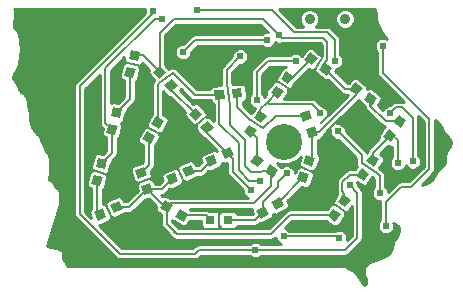
<source format=gtl>
G04 (created by PCBNEW (2013-may-18)-stable) date Mon 02 Nov 2015 08:13:46 PM CST*
%MOIN*%
G04 Gerber Fmt 3.4, Leading zero omitted, Abs format*
%FSLAX34Y34*%
G01*
G70*
G90*
G04 APERTURE LIST*
%ADD10C,0.00590551*%
%ADD11C,0.0354331*%
%ADD12R,0.0314X0.0314*%
%ADD13C,0.12*%
%ADD14C,0.024*%
%ADD15C,0.008*%
%ADD16C,0.01*%
G04 APERTURE END LIST*
G54D10*
G54D11*
X84290Y-56700D03*
X83109Y-56700D03*
G54D10*
G36*
X83007Y-61221D02*
X83302Y-61328D01*
X83194Y-61624D01*
X82899Y-61516D01*
X83007Y-61221D01*
X83007Y-61221D01*
G37*
G36*
X82805Y-61775D02*
X83100Y-61883D01*
X82992Y-62178D01*
X82697Y-62071D01*
X82805Y-61775D01*
X82805Y-61775D01*
G37*
G36*
X79089Y-59854D02*
X79329Y-59652D01*
X79531Y-59893D01*
X79291Y-60095D01*
X79089Y-59854D01*
X79089Y-59854D01*
G37*
G36*
X79468Y-60306D02*
X79708Y-60104D01*
X79910Y-60345D01*
X79670Y-60547D01*
X79468Y-60306D01*
X79468Y-60306D01*
G37*
G36*
X76743Y-62766D02*
X76876Y-63051D01*
X76591Y-63183D01*
X76458Y-62899D01*
X76743Y-62766D01*
X76743Y-62766D01*
G37*
G36*
X76208Y-63016D02*
X76341Y-63300D01*
X76056Y-63433D01*
X75923Y-63148D01*
X76208Y-63016D01*
X76208Y-63016D01*
G37*
G36*
X76134Y-62277D02*
X75831Y-62195D01*
X75912Y-61892D01*
X76215Y-61973D01*
X76134Y-62277D01*
X76134Y-62277D01*
G37*
G36*
X76287Y-61707D02*
X75984Y-61626D01*
X76065Y-61322D01*
X76368Y-61404D01*
X76287Y-61707D01*
X76287Y-61707D01*
G37*
G36*
X77165Y-57722D02*
X77468Y-57804D01*
X77387Y-58107D01*
X77084Y-58026D01*
X77165Y-57722D01*
X77165Y-57722D01*
G37*
G36*
X77012Y-58292D02*
X77315Y-58373D01*
X77234Y-58677D01*
X76931Y-58595D01*
X77012Y-58292D01*
X77012Y-58292D01*
G37*
G36*
X76565Y-59622D02*
X76868Y-59704D01*
X76787Y-60007D01*
X76484Y-59926D01*
X76565Y-59622D01*
X76565Y-59622D01*
G37*
G36*
X76412Y-60192D02*
X76715Y-60273D01*
X76634Y-60577D01*
X76331Y-60495D01*
X76412Y-60192D01*
X76412Y-60192D01*
G37*
G36*
X78456Y-62233D02*
X78323Y-61948D01*
X78608Y-61816D01*
X78741Y-62100D01*
X78456Y-62233D01*
X78456Y-62233D01*
G37*
G36*
X78991Y-61983D02*
X78858Y-61699D01*
X79143Y-61566D01*
X79276Y-61851D01*
X78991Y-61983D01*
X78991Y-61983D01*
G37*
G36*
X79756Y-61633D02*
X79623Y-61348D01*
X79908Y-61216D01*
X80041Y-61500D01*
X79756Y-61633D01*
X79756Y-61633D01*
G37*
G36*
X80291Y-61383D02*
X80158Y-61099D01*
X80443Y-60966D01*
X80576Y-61251D01*
X80291Y-61383D01*
X80291Y-61383D01*
G37*
G36*
X86080Y-59889D02*
X86337Y-60069D01*
X86157Y-60327D01*
X85900Y-60146D01*
X86080Y-59889D01*
X86080Y-59889D01*
G37*
G36*
X85742Y-60372D02*
X85999Y-60553D01*
X85819Y-60810D01*
X85562Y-60630D01*
X85742Y-60372D01*
X85742Y-60372D01*
G37*
G36*
X82112Y-62638D02*
X82269Y-62909D01*
X81998Y-63066D01*
X81841Y-62795D01*
X82112Y-62638D01*
X82112Y-62638D01*
G37*
G36*
X81601Y-62933D02*
X81758Y-63204D01*
X81487Y-63361D01*
X81330Y-63090D01*
X81601Y-62933D01*
X81601Y-62933D01*
G37*
G36*
X77889Y-58454D02*
X78129Y-58252D01*
X78331Y-58493D01*
X78091Y-58695D01*
X77889Y-58454D01*
X77889Y-58454D01*
G37*
G36*
X78268Y-58906D02*
X78508Y-58704D01*
X78710Y-58945D01*
X78470Y-59147D01*
X78268Y-58906D01*
X78268Y-58906D01*
G37*
G54D12*
X79805Y-63400D03*
X80395Y-63400D03*
G54D10*
G36*
X78130Y-63009D02*
X78287Y-62738D01*
X78558Y-62895D01*
X78401Y-63166D01*
X78130Y-63009D01*
X78130Y-63009D01*
G37*
G36*
X78641Y-63304D02*
X78798Y-63033D01*
X79069Y-63190D01*
X78912Y-63461D01*
X78641Y-63304D01*
X78641Y-63304D01*
G37*
G36*
X80836Y-59004D02*
X80863Y-59317D01*
X80551Y-59344D01*
X80523Y-59031D01*
X80836Y-59004D01*
X80836Y-59004D01*
G37*
G36*
X80248Y-59055D02*
X80276Y-59368D01*
X79963Y-59395D01*
X79936Y-59082D01*
X80248Y-59055D01*
X80248Y-59055D01*
G37*
G36*
X83402Y-60571D02*
X83107Y-60678D01*
X82999Y-60383D01*
X83294Y-60275D01*
X83402Y-60571D01*
X83402Y-60571D01*
G37*
G36*
X83200Y-60016D02*
X82905Y-60124D01*
X82797Y-59828D01*
X83092Y-59721D01*
X83200Y-60016D01*
X83200Y-60016D01*
G37*
G36*
X77809Y-60869D02*
X77538Y-60712D01*
X77695Y-60441D01*
X77966Y-60598D01*
X77809Y-60869D01*
X77809Y-60869D01*
G37*
G36*
X78104Y-60358D02*
X77833Y-60201D01*
X77990Y-59930D01*
X78261Y-60087D01*
X78104Y-60358D01*
X78104Y-60358D01*
G37*
G36*
X77902Y-62471D02*
X77607Y-62578D01*
X77499Y-62283D01*
X77794Y-62175D01*
X77902Y-62471D01*
X77902Y-62471D01*
G37*
G36*
X77700Y-61916D02*
X77405Y-62024D01*
X77297Y-61728D01*
X77592Y-61621D01*
X77700Y-61916D01*
X77700Y-61916D01*
G37*
G36*
X84439Y-59069D02*
X84619Y-58812D01*
X84877Y-58992D01*
X84696Y-59249D01*
X84439Y-59069D01*
X84439Y-59069D01*
G37*
G36*
X84922Y-59407D02*
X85103Y-59150D01*
X85360Y-59330D01*
X85180Y-59587D01*
X84922Y-59407D01*
X84922Y-59407D01*
G37*
G36*
X84919Y-62110D02*
X84662Y-61930D01*
X84842Y-61672D01*
X85099Y-61853D01*
X84919Y-62110D01*
X84919Y-62110D01*
G37*
G36*
X85257Y-61627D02*
X85000Y-61446D01*
X85180Y-61189D01*
X85437Y-61369D01*
X85257Y-61627D01*
X85257Y-61627D01*
G37*
G36*
X83969Y-63460D02*
X83712Y-63280D01*
X83892Y-63022D01*
X84149Y-63203D01*
X83969Y-63460D01*
X83969Y-63460D01*
G37*
G36*
X84307Y-62977D02*
X84050Y-62796D01*
X84230Y-62539D01*
X84487Y-62719D01*
X84307Y-62977D01*
X84307Y-62977D01*
G37*
G36*
X82330Y-58439D02*
X82587Y-58619D01*
X82407Y-58877D01*
X82150Y-58696D01*
X82330Y-58439D01*
X82330Y-58439D01*
G37*
G36*
X81992Y-58922D02*
X82249Y-59103D01*
X82069Y-59360D01*
X81812Y-59180D01*
X81992Y-58922D01*
X81992Y-58922D01*
G37*
G36*
X83860Y-58330D02*
X83680Y-58587D01*
X83422Y-58407D01*
X83603Y-58150D01*
X83860Y-58330D01*
X83860Y-58330D01*
G37*
G36*
X83377Y-57992D02*
X83196Y-58249D01*
X82939Y-58069D01*
X83119Y-57812D01*
X83377Y-57992D01*
X83377Y-57992D01*
G37*
G36*
X81169Y-60660D02*
X80912Y-60480D01*
X81092Y-60222D01*
X81349Y-60403D01*
X81169Y-60660D01*
X81169Y-60660D01*
G37*
G36*
X81507Y-60177D02*
X81250Y-59996D01*
X81430Y-59739D01*
X81687Y-59919D01*
X81507Y-60177D01*
X81507Y-60177D01*
G37*
G36*
X82060Y-61730D02*
X81880Y-61987D01*
X81622Y-61807D01*
X81803Y-61550D01*
X82060Y-61730D01*
X82060Y-61730D01*
G37*
G36*
X81577Y-61392D02*
X81396Y-61649D01*
X81139Y-61469D01*
X81319Y-61212D01*
X81577Y-61392D01*
X81577Y-61392D01*
G37*
G54D13*
X82250Y-60800D03*
G54D14*
X82250Y-63950D03*
X84100Y-64000D03*
X81850Y-60950D03*
X85800Y-59850D03*
X86550Y-61450D03*
X82100Y-57250D03*
X79350Y-56400D03*
X83950Y-58100D03*
X80800Y-57950D03*
X77900Y-56450D03*
X81300Y-64400D03*
X84450Y-62250D03*
X78900Y-57800D03*
X81700Y-57400D03*
X85650Y-63600D03*
X85550Y-57600D03*
X83700Y-56675D03*
X85300Y-63300D03*
X78650Y-64275D03*
X78750Y-56975D03*
X81025Y-57050D03*
X83850Y-59700D03*
X83325Y-57575D03*
X84425Y-59950D03*
X86850Y-60275D03*
X87400Y-60975D03*
X86450Y-61925D03*
X79550Y-64700D03*
X73900Y-59000D03*
X83700Y-62050D03*
X83450Y-59850D03*
X84050Y-60450D03*
X85450Y-62500D03*
X86050Y-61500D03*
X81450Y-62100D03*
X82350Y-61850D03*
X78200Y-56700D03*
X81350Y-59400D03*
X81150Y-62400D03*
X82650Y-58100D03*
G54D15*
X84050Y-63950D02*
X82250Y-63950D01*
X84100Y-64000D02*
X84050Y-63950D01*
X82000Y-60800D02*
X82250Y-60800D01*
X81850Y-60950D02*
X82000Y-60800D01*
X85800Y-59850D02*
X86000Y-59650D01*
X86000Y-59650D02*
X86200Y-59650D01*
X86200Y-59650D02*
X86550Y-60000D01*
X86550Y-60000D02*
X86550Y-61450D01*
X79000Y-56700D02*
X78575Y-56700D01*
X78110Y-57164D02*
X78110Y-57589D01*
X78575Y-56700D02*
X78110Y-57164D01*
X83641Y-58369D02*
X83641Y-58133D01*
X82175Y-57325D02*
X82100Y-57250D01*
X83550Y-57325D02*
X82175Y-57325D01*
X83700Y-57475D02*
X83550Y-57325D01*
X83700Y-58075D02*
X83700Y-57475D01*
X83641Y-58133D02*
X83700Y-58075D01*
X83200Y-60477D02*
X83422Y-60477D01*
X84658Y-59241D02*
X84658Y-59030D01*
X83422Y-60477D02*
X84658Y-59241D01*
X78110Y-58474D02*
X78110Y-57589D01*
X79000Y-56700D02*
X81550Y-56700D01*
X81550Y-56700D02*
X82100Y-57250D01*
X83200Y-60477D02*
X83200Y-61322D01*
X83200Y-61322D02*
X83100Y-61422D01*
X84658Y-59030D02*
X84303Y-59030D01*
X84303Y-59030D02*
X83641Y-58369D01*
X77276Y-57915D02*
X77551Y-57915D01*
X77551Y-57915D02*
X78110Y-58474D01*
X81850Y-56400D02*
X79350Y-56400D01*
X82600Y-57150D02*
X81850Y-56400D01*
X83700Y-57150D02*
X82600Y-57150D01*
X83950Y-57400D02*
X83700Y-57150D01*
X83950Y-58100D02*
X83950Y-57400D01*
X78675Y-63875D02*
X81825Y-63875D01*
X82458Y-63241D02*
X83930Y-63241D01*
X81825Y-63875D02*
X82458Y-63241D01*
X78675Y-63875D02*
X78550Y-63750D01*
X80950Y-60750D02*
X80950Y-60800D01*
X80950Y-60800D02*
X80950Y-60750D01*
X80450Y-60250D02*
X80950Y-60750D01*
X80450Y-59600D02*
X80450Y-60250D01*
X80450Y-59600D02*
X80350Y-58850D01*
X80800Y-57950D02*
X80350Y-58400D01*
X80350Y-58400D02*
X80350Y-58850D01*
X80950Y-60750D02*
X80950Y-61600D01*
X81841Y-61769D02*
X81530Y-61769D01*
X81530Y-61769D02*
X81500Y-61800D01*
X81500Y-61800D02*
X81150Y-61800D01*
X81150Y-61800D02*
X80950Y-61600D01*
X78344Y-63544D02*
X78344Y-62952D01*
X78550Y-63750D02*
X78344Y-63544D01*
X78675Y-63875D02*
X78600Y-63800D01*
X78600Y-63800D02*
X78550Y-63750D01*
X78344Y-62952D02*
X78397Y-62952D01*
X81841Y-62258D02*
X81841Y-61769D01*
X81250Y-62850D02*
X81841Y-62258D01*
X78500Y-62850D02*
X80850Y-62850D01*
X80850Y-62850D02*
X81250Y-62850D01*
X78397Y-62952D02*
X78500Y-62850D01*
X78344Y-62952D02*
X78276Y-62952D01*
X78276Y-62952D02*
X77700Y-62377D01*
X77700Y-62377D02*
X78180Y-62377D01*
X78180Y-62377D02*
X78532Y-62024D01*
X76667Y-62975D02*
X77102Y-62975D01*
X77102Y-62975D02*
X77700Y-62377D01*
X81300Y-64400D02*
X79414Y-64400D01*
X76789Y-64539D02*
X76650Y-64400D01*
X79275Y-64539D02*
X76789Y-64539D01*
X79414Y-64400D02*
X79275Y-64539D01*
X77900Y-56450D02*
X77900Y-56500D01*
X77900Y-56500D02*
X75450Y-58950D01*
X75450Y-63200D02*
X75450Y-58950D01*
X76650Y-64400D02*
X75450Y-63200D01*
X84300Y-64400D02*
X81300Y-64400D01*
X84700Y-64000D02*
X84300Y-64400D01*
X84700Y-62500D02*
X84700Y-64000D01*
X84450Y-62250D02*
X84700Y-62500D01*
X79300Y-57400D02*
X78900Y-57800D01*
X80950Y-57400D02*
X79300Y-57400D01*
X81700Y-57400D02*
X80950Y-57400D01*
X85650Y-58600D02*
X85550Y-58500D01*
X85650Y-58600D02*
X85700Y-58650D01*
X85650Y-62800D02*
X85650Y-63600D01*
X86150Y-62300D02*
X85650Y-62800D01*
X86500Y-62300D02*
X86150Y-62300D01*
X87100Y-61700D02*
X86500Y-62300D01*
X87100Y-60050D02*
X87100Y-61700D01*
X85700Y-58650D02*
X87100Y-60050D01*
X85550Y-58500D02*
X85550Y-57600D01*
X83250Y-59050D02*
X82425Y-59050D01*
X82425Y-59050D02*
X82000Y-58750D01*
X83700Y-62050D02*
X83275Y-61825D01*
X83275Y-61825D02*
X82750Y-61600D01*
X83850Y-59700D02*
X83675Y-59975D01*
X83675Y-59975D02*
X83475Y-60175D01*
X80075Y-63700D02*
X79250Y-63700D01*
X79250Y-63700D02*
X79250Y-63550D01*
X84350Y-63175D02*
X83875Y-62825D01*
X83700Y-62650D02*
X83875Y-62825D01*
X83700Y-62650D02*
X83700Y-62050D01*
X83700Y-62050D02*
X83375Y-62050D01*
X80100Y-63675D02*
X80100Y-63100D01*
X80075Y-63700D02*
X80100Y-63675D01*
X81725Y-63700D02*
X80075Y-63700D01*
X83375Y-62050D02*
X81725Y-63700D01*
X84250Y-64700D02*
X85300Y-63650D01*
X85300Y-63650D02*
X85300Y-63300D01*
X84250Y-64700D02*
X79550Y-64700D01*
X77633Y-60254D02*
X77575Y-58675D01*
X77475Y-58275D02*
X76925Y-58125D01*
X77575Y-58675D02*
X77475Y-58275D01*
X78979Y-60927D02*
X78125Y-60525D01*
X78125Y-60525D02*
X77633Y-60254D01*
X77633Y-60254D02*
X77625Y-60250D01*
X78675Y-61600D02*
X78979Y-60927D01*
X78979Y-60927D02*
X79275Y-60275D01*
X79275Y-60275D02*
X79725Y-59900D01*
X77925Y-61975D02*
X78675Y-61600D01*
X77375Y-62175D02*
X77925Y-61975D01*
X76322Y-62471D02*
X77375Y-62175D01*
X78675Y-61600D02*
X78950Y-62225D01*
X76275Y-62825D02*
X76322Y-62471D01*
X76322Y-62471D02*
X76400Y-61900D01*
X78650Y-64275D02*
X77450Y-64275D01*
X77450Y-64275D02*
X76525Y-63350D01*
X76275Y-62825D02*
X76525Y-63350D01*
X76400Y-61900D02*
X75800Y-61700D01*
X78750Y-56975D02*
X80950Y-56975D01*
X80950Y-56975D02*
X81025Y-57050D01*
X83525Y-58000D02*
X83525Y-57775D01*
X83250Y-59100D02*
X83250Y-59050D01*
X83250Y-59050D02*
X83250Y-58425D01*
X83850Y-59700D02*
X83250Y-59100D01*
X83525Y-58000D02*
X83250Y-58425D01*
X83525Y-57775D02*
X83325Y-57575D01*
X84425Y-59950D02*
X84200Y-59950D01*
X83700Y-60450D02*
X83700Y-60500D01*
X84200Y-59950D02*
X83700Y-60450D01*
X86850Y-60275D02*
X86850Y-61525D01*
X87400Y-60975D02*
X87375Y-60975D01*
X86850Y-61525D02*
X86450Y-61925D01*
X76500Y-64700D02*
X79550Y-64700D01*
X75100Y-63300D02*
X76500Y-64700D01*
X75100Y-60200D02*
X75100Y-63300D01*
X73900Y-59000D02*
X75100Y-60200D01*
X83700Y-62050D02*
X83700Y-60500D01*
X83700Y-62050D02*
X83700Y-62000D01*
X83200Y-59550D02*
X81750Y-59550D01*
X81750Y-59550D02*
X81686Y-59486D01*
X85350Y-61850D02*
X84850Y-61500D01*
X83200Y-59550D02*
X83450Y-59800D01*
X83450Y-59800D02*
X83450Y-59850D01*
X84050Y-60450D02*
X84850Y-61250D01*
X84850Y-61250D02*
X84850Y-61500D01*
X85450Y-62500D02*
X85450Y-61950D01*
X85450Y-61950D02*
X85350Y-61850D01*
X81469Y-59958D02*
X81469Y-59703D01*
X81469Y-59703D02*
X81686Y-59486D01*
X81686Y-59486D02*
X82030Y-59141D01*
X82369Y-58658D02*
X82530Y-58658D01*
X82530Y-58658D02*
X83158Y-58030D01*
X85891Y-60591D02*
X85780Y-60591D01*
X86050Y-60750D02*
X85891Y-60591D01*
X86050Y-61500D02*
X86050Y-60750D01*
X85219Y-61408D02*
X85219Y-61153D01*
X85219Y-61153D02*
X85780Y-60591D01*
X84269Y-62758D02*
X84269Y-62519D01*
X84458Y-61891D02*
X84880Y-61891D01*
X84200Y-62150D02*
X84458Y-61891D01*
X84200Y-62450D02*
X84200Y-62150D01*
X84269Y-62519D02*
X84200Y-62450D01*
X81358Y-61430D02*
X81358Y-60669D01*
X81358Y-60669D02*
X81130Y-60441D01*
X77752Y-60655D02*
X77752Y-61569D01*
X77752Y-61569D02*
X77499Y-61822D01*
X80750Y-61750D02*
X80750Y-60850D01*
X81450Y-62100D02*
X81100Y-62100D01*
X81100Y-62100D02*
X80750Y-61750D01*
X80106Y-60206D02*
X80106Y-59225D01*
X80750Y-60850D02*
X80106Y-60206D01*
X78550Y-58500D02*
X78100Y-58850D01*
X78047Y-58902D02*
X78100Y-58850D01*
X78047Y-60144D02*
X78047Y-58902D01*
X79275Y-59225D02*
X78550Y-58500D01*
X79275Y-59225D02*
X80106Y-59225D01*
X81550Y-60350D02*
X81100Y-60050D01*
X81977Y-59922D02*
X81550Y-60350D01*
X82999Y-59922D02*
X81977Y-59922D01*
X80693Y-59643D02*
X81100Y-60050D01*
X80693Y-59643D02*
X80693Y-59174D01*
X81544Y-62805D02*
X81544Y-63147D01*
X82050Y-62300D02*
X81544Y-62805D01*
X82050Y-62150D02*
X82050Y-62300D01*
X82350Y-61850D02*
X82050Y-62150D01*
X80395Y-63400D02*
X81292Y-63400D01*
X81292Y-63400D02*
X81544Y-63147D01*
X78855Y-63247D02*
X79652Y-63247D01*
X79652Y-63247D02*
X79805Y-63400D01*
X78200Y-56700D02*
X77950Y-56700D01*
X77950Y-56700D02*
X76300Y-58350D01*
X76300Y-60161D02*
X76523Y-60384D01*
X76300Y-58350D02*
X76300Y-60161D01*
X76523Y-60384D02*
X76523Y-61167D01*
X76523Y-61167D02*
X76176Y-61515D01*
X76023Y-62084D02*
X76023Y-63115D01*
X76023Y-63115D02*
X76132Y-63224D01*
X77123Y-58484D02*
X77123Y-59367D01*
X77123Y-59367D02*
X76676Y-59815D01*
X82650Y-58100D02*
X81725Y-58100D01*
X81350Y-58475D02*
X81350Y-59400D01*
X81725Y-58100D02*
X81350Y-58475D01*
X80550Y-61357D02*
X80367Y-61175D01*
X81150Y-62400D02*
X80550Y-61800D01*
X80550Y-61800D02*
X80550Y-61357D01*
X79689Y-60325D02*
X79689Y-60497D01*
X79689Y-60497D02*
X80367Y-61175D01*
X79067Y-61775D02*
X79481Y-61775D01*
X79481Y-61775D02*
X79832Y-61424D01*
X86119Y-60108D02*
X85658Y-60108D01*
X85141Y-59591D02*
X85141Y-59369D01*
X85658Y-60108D02*
X85141Y-59591D01*
X82055Y-62852D02*
X82055Y-62820D01*
X82055Y-62820D02*
X82899Y-61977D01*
X78489Y-58925D02*
X78489Y-59053D01*
X78489Y-59053D02*
X79310Y-59874D01*
G54D10*
G36*
X76333Y-61089D02*
X76215Y-61207D01*
X76075Y-61170D01*
X76016Y-61177D01*
X75964Y-61207D01*
X75928Y-61255D01*
X75912Y-61312D01*
X75831Y-61615D01*
X75839Y-61675D01*
X75868Y-61726D01*
X75891Y-61744D01*
X75863Y-61747D01*
X75811Y-61777D01*
X75775Y-61824D01*
X75760Y-61882D01*
X75678Y-62185D01*
X75686Y-62244D01*
X75716Y-62296D01*
X75763Y-62333D01*
X75821Y-62348D01*
X75833Y-62351D01*
X75833Y-63025D01*
X75793Y-63069D01*
X75772Y-63125D01*
X75775Y-63184D01*
X75800Y-63239D01*
X75837Y-63319D01*
X75640Y-63121D01*
X75640Y-59028D01*
X76110Y-58558D01*
X76110Y-60161D01*
X76124Y-60234D01*
X76165Y-60295D01*
X76216Y-60346D01*
X76178Y-60485D01*
X76186Y-60544D01*
X76216Y-60596D01*
X76263Y-60633D01*
X76321Y-60648D01*
X76333Y-60651D01*
X76333Y-61089D01*
X76333Y-61089D01*
G37*
G54D16*
X76333Y-61089D02*
X76215Y-61207D01*
X76075Y-61170D01*
X76016Y-61177D01*
X75964Y-61207D01*
X75928Y-61255D01*
X75912Y-61312D01*
X75831Y-61615D01*
X75839Y-61675D01*
X75868Y-61726D01*
X75891Y-61744D01*
X75863Y-61747D01*
X75811Y-61777D01*
X75775Y-61824D01*
X75760Y-61882D01*
X75678Y-62185D01*
X75686Y-62244D01*
X75716Y-62296D01*
X75763Y-62333D01*
X75821Y-62348D01*
X75833Y-62351D01*
X75833Y-63025D01*
X75793Y-63069D01*
X75772Y-63125D01*
X75775Y-63184D01*
X75800Y-63239D01*
X75837Y-63319D01*
X75640Y-63121D01*
X75640Y-59028D01*
X76110Y-58558D01*
X76110Y-60161D01*
X76124Y-60234D01*
X76165Y-60295D01*
X76216Y-60346D01*
X76178Y-60485D01*
X76186Y-60544D01*
X76216Y-60596D01*
X76263Y-60633D01*
X76321Y-60648D01*
X76333Y-60651D01*
X76333Y-61089D01*
G54D10*
G36*
X76991Y-58144D02*
X76963Y-58147D01*
X76911Y-58177D01*
X76875Y-58224D01*
X76860Y-58282D01*
X76778Y-58585D01*
X76786Y-58644D01*
X76816Y-58696D01*
X76863Y-58733D01*
X76921Y-58748D01*
X76933Y-58751D01*
X76933Y-59289D01*
X76715Y-59507D01*
X76575Y-59470D01*
X76516Y-59477D01*
X76490Y-59493D01*
X76490Y-58428D01*
X76941Y-57976D01*
X76931Y-58015D01*
X76939Y-58075D01*
X76968Y-58126D01*
X76991Y-58144D01*
X76991Y-58144D01*
G37*
G54D16*
X76991Y-58144D02*
X76963Y-58147D01*
X76911Y-58177D01*
X76875Y-58224D01*
X76860Y-58282D01*
X76778Y-58585D01*
X76786Y-58644D01*
X76816Y-58696D01*
X76863Y-58733D01*
X76921Y-58748D01*
X76933Y-58751D01*
X76933Y-59289D01*
X76715Y-59507D01*
X76575Y-59470D01*
X76516Y-59477D01*
X76490Y-59493D01*
X76490Y-58428D01*
X76941Y-57976D01*
X76931Y-58015D01*
X76939Y-58075D01*
X76968Y-58126D01*
X76991Y-58144D01*
G54D10*
G36*
X77936Y-58744D02*
X77913Y-58768D01*
X77871Y-58829D01*
X77857Y-58902D01*
X77857Y-59859D01*
X77845Y-59880D01*
X77688Y-60152D01*
X77680Y-60211D01*
X77695Y-60269D01*
X77713Y-60292D01*
X77685Y-60288D01*
X77627Y-60303D01*
X77580Y-60340D01*
X77550Y-60391D01*
X77393Y-60663D01*
X77385Y-60722D01*
X77400Y-60780D01*
X77437Y-60827D01*
X77488Y-60857D01*
X77562Y-60900D01*
X77562Y-61473D01*
X77513Y-61490D01*
X77218Y-61598D01*
X77174Y-61638D01*
X77149Y-61692D01*
X77146Y-61752D01*
X77167Y-61808D01*
X77274Y-62103D01*
X77314Y-62147D01*
X77368Y-62172D01*
X77397Y-62173D01*
X77376Y-62192D01*
X77351Y-62246D01*
X77348Y-62306D01*
X77368Y-62362D01*
X77389Y-62419D01*
X77024Y-62785D01*
X76917Y-62785D01*
X76866Y-62676D01*
X76822Y-62636D01*
X76766Y-62615D01*
X76707Y-62618D01*
X76652Y-62643D01*
X76368Y-62775D01*
X76328Y-62819D01*
X76307Y-62875D01*
X76308Y-62904D01*
X76288Y-62885D01*
X76231Y-62864D01*
X76213Y-62865D01*
X76213Y-62404D01*
X76235Y-62392D01*
X76271Y-62344D01*
X76287Y-62287D01*
X76368Y-61984D01*
X76360Y-61924D01*
X76331Y-61873D01*
X76308Y-61855D01*
X76336Y-61852D01*
X76388Y-61822D01*
X76424Y-61775D01*
X76439Y-61717D01*
X76512Y-61447D01*
X76657Y-61302D01*
X76657Y-61302D01*
X76657Y-61302D01*
X76699Y-61240D01*
X76699Y-61240D01*
X76711Y-61179D01*
X76713Y-61167D01*
X76713Y-61167D01*
X76713Y-61167D01*
X76713Y-60704D01*
X76735Y-60692D01*
X76771Y-60644D01*
X76787Y-60587D01*
X76868Y-60284D01*
X76860Y-60224D01*
X76831Y-60173D01*
X76808Y-60155D01*
X76836Y-60152D01*
X76888Y-60122D01*
X76924Y-60075D01*
X76939Y-60017D01*
X77012Y-59747D01*
X77257Y-59502D01*
X77299Y-59440D01*
X77313Y-59367D01*
X77313Y-58804D01*
X77335Y-58792D01*
X77371Y-58744D01*
X77387Y-58687D01*
X77468Y-58384D01*
X77460Y-58324D01*
X77431Y-58273D01*
X77408Y-58255D01*
X77436Y-58252D01*
X77488Y-58222D01*
X77524Y-58175D01*
X77528Y-58160D01*
X77755Y-58387D01*
X77742Y-58411D01*
X77737Y-58471D01*
X77755Y-58528D01*
X77793Y-58573D01*
X77936Y-58744D01*
X77936Y-58744D01*
G37*
G54D16*
X77936Y-58744D02*
X77913Y-58768D01*
X77871Y-58829D01*
X77857Y-58902D01*
X77857Y-59859D01*
X77845Y-59880D01*
X77688Y-60152D01*
X77680Y-60211D01*
X77695Y-60269D01*
X77713Y-60292D01*
X77685Y-60288D01*
X77627Y-60303D01*
X77580Y-60340D01*
X77550Y-60391D01*
X77393Y-60663D01*
X77385Y-60722D01*
X77400Y-60780D01*
X77437Y-60827D01*
X77488Y-60857D01*
X77562Y-60900D01*
X77562Y-61473D01*
X77513Y-61490D01*
X77218Y-61598D01*
X77174Y-61638D01*
X77149Y-61692D01*
X77146Y-61752D01*
X77167Y-61808D01*
X77274Y-62103D01*
X77314Y-62147D01*
X77368Y-62172D01*
X77397Y-62173D01*
X77376Y-62192D01*
X77351Y-62246D01*
X77348Y-62306D01*
X77368Y-62362D01*
X77389Y-62419D01*
X77024Y-62785D01*
X76917Y-62785D01*
X76866Y-62676D01*
X76822Y-62636D01*
X76766Y-62615D01*
X76707Y-62618D01*
X76652Y-62643D01*
X76368Y-62775D01*
X76328Y-62819D01*
X76307Y-62875D01*
X76308Y-62904D01*
X76288Y-62885D01*
X76231Y-62864D01*
X76213Y-62865D01*
X76213Y-62404D01*
X76235Y-62392D01*
X76271Y-62344D01*
X76287Y-62287D01*
X76368Y-61984D01*
X76360Y-61924D01*
X76331Y-61873D01*
X76308Y-61855D01*
X76336Y-61852D01*
X76388Y-61822D01*
X76424Y-61775D01*
X76439Y-61717D01*
X76512Y-61447D01*
X76657Y-61302D01*
X76657Y-61302D01*
X76657Y-61302D01*
X76699Y-61240D01*
X76699Y-61240D01*
X76711Y-61179D01*
X76713Y-61167D01*
X76713Y-61167D01*
X76713Y-61167D01*
X76713Y-60704D01*
X76735Y-60692D01*
X76771Y-60644D01*
X76787Y-60587D01*
X76868Y-60284D01*
X76860Y-60224D01*
X76831Y-60173D01*
X76808Y-60155D01*
X76836Y-60152D01*
X76888Y-60122D01*
X76924Y-60075D01*
X76939Y-60017D01*
X77012Y-59747D01*
X77257Y-59502D01*
X77299Y-59440D01*
X77313Y-59367D01*
X77313Y-58804D01*
X77335Y-58792D01*
X77371Y-58744D01*
X77387Y-58687D01*
X77468Y-58384D01*
X77460Y-58324D01*
X77431Y-58273D01*
X77408Y-58255D01*
X77436Y-58252D01*
X77488Y-58222D01*
X77524Y-58175D01*
X77528Y-58160D01*
X77755Y-58387D01*
X77742Y-58411D01*
X77737Y-58471D01*
X77755Y-58528D01*
X77793Y-58573D01*
X77936Y-58744D01*
G54D10*
G36*
X79565Y-63685D02*
X78753Y-63685D01*
X78734Y-63665D01*
X78734Y-63665D01*
X78684Y-63615D01*
X78684Y-63615D01*
X78534Y-63465D01*
X78534Y-63412D01*
X78540Y-63419D01*
X78591Y-63449D01*
X78863Y-63606D01*
X78922Y-63614D01*
X78980Y-63599D01*
X79027Y-63562D01*
X79057Y-63511D01*
X79100Y-63437D01*
X79497Y-63437D01*
X79497Y-63586D01*
X79520Y-63641D01*
X79562Y-63684D01*
X79565Y-63685D01*
X79565Y-63685D01*
G37*
G54D16*
X79565Y-63685D02*
X78753Y-63685D01*
X78734Y-63665D01*
X78734Y-63665D01*
X78684Y-63615D01*
X78684Y-63615D01*
X78534Y-63465D01*
X78534Y-63412D01*
X78540Y-63419D01*
X78591Y-63449D01*
X78863Y-63606D01*
X78922Y-63614D01*
X78980Y-63599D01*
X79027Y-63562D01*
X79057Y-63511D01*
X79100Y-63437D01*
X79497Y-63437D01*
X79497Y-63586D01*
X79520Y-63641D01*
X79562Y-63684D01*
X79565Y-63685D01*
G54D10*
G36*
X79916Y-60118D02*
X79804Y-59985D01*
X79751Y-59958D01*
X79692Y-59952D01*
X79665Y-59961D01*
X79678Y-59936D01*
X79683Y-59876D01*
X79665Y-59819D01*
X79627Y-59774D01*
X79425Y-59533D01*
X79372Y-59506D01*
X79313Y-59500D01*
X79256Y-59518D01*
X79238Y-59533D01*
X78784Y-59079D01*
X78825Y-59044D01*
X79141Y-59360D01*
X79141Y-59360D01*
X79203Y-59401D01*
X79275Y-59415D01*
X79814Y-59415D01*
X79816Y-59438D01*
X79844Y-59491D01*
X79889Y-59529D01*
X79916Y-59538D01*
X79916Y-60118D01*
X79916Y-60118D01*
G37*
G54D16*
X79916Y-60118D02*
X79804Y-59985D01*
X79751Y-59958D01*
X79692Y-59952D01*
X79665Y-59961D01*
X79678Y-59936D01*
X79683Y-59876D01*
X79665Y-59819D01*
X79627Y-59774D01*
X79425Y-59533D01*
X79372Y-59506D01*
X79313Y-59500D01*
X79256Y-59518D01*
X79238Y-59533D01*
X78784Y-59079D01*
X78825Y-59044D01*
X79141Y-59360D01*
X79141Y-59360D01*
X79203Y-59401D01*
X79275Y-59415D01*
X79814Y-59415D01*
X79816Y-59438D01*
X79844Y-59491D01*
X79889Y-59529D01*
X79916Y-59538D01*
X79916Y-60118D01*
G54D10*
G36*
X80008Y-61104D02*
X79988Y-61085D01*
X79931Y-61064D01*
X79872Y-61067D01*
X79818Y-61092D01*
X79533Y-61225D01*
X79493Y-61269D01*
X79472Y-61325D01*
X79475Y-61384D01*
X79500Y-61439D01*
X79516Y-61472D01*
X79403Y-61585D01*
X79317Y-61585D01*
X79266Y-61476D01*
X79222Y-61436D01*
X79166Y-61415D01*
X79107Y-61418D01*
X79052Y-61443D01*
X78768Y-61575D01*
X78728Y-61619D01*
X78707Y-61675D01*
X78708Y-61704D01*
X78688Y-61685D01*
X78631Y-61664D01*
X78572Y-61667D01*
X78518Y-61692D01*
X78233Y-61825D01*
X78193Y-61869D01*
X78172Y-61925D01*
X78175Y-61984D01*
X78200Y-62039D01*
X78216Y-62072D01*
X78101Y-62187D01*
X77958Y-62187D01*
X77925Y-62096D01*
X77885Y-62052D01*
X77831Y-62027D01*
X77802Y-62026D01*
X77823Y-62007D01*
X77848Y-61953D01*
X77851Y-61893D01*
X77831Y-61837D01*
X77810Y-61780D01*
X77886Y-61703D01*
X77886Y-61703D01*
X77886Y-61703D01*
X77928Y-61642D01*
X77942Y-61569D01*
X77942Y-60940D01*
X77954Y-60919D01*
X78111Y-60647D01*
X78119Y-60588D01*
X78104Y-60530D01*
X78086Y-60507D01*
X78114Y-60511D01*
X78172Y-60496D01*
X78219Y-60459D01*
X78249Y-60408D01*
X78406Y-60136D01*
X78414Y-60077D01*
X78399Y-60019D01*
X78362Y-59972D01*
X78311Y-59942D01*
X78237Y-59899D01*
X78237Y-59103D01*
X78374Y-59266D01*
X78427Y-59293D01*
X78464Y-59297D01*
X78955Y-59787D01*
X78942Y-59811D01*
X78937Y-59871D01*
X78955Y-59928D01*
X78993Y-59973D01*
X79195Y-60214D01*
X79248Y-60241D01*
X79307Y-60247D01*
X79334Y-60238D01*
X79321Y-60263D01*
X79316Y-60323D01*
X79334Y-60380D01*
X79372Y-60425D01*
X79574Y-60666D01*
X79606Y-60682D01*
X80007Y-61084D01*
X80008Y-61104D01*
X80008Y-61104D01*
G37*
G54D16*
X80008Y-61104D02*
X79988Y-61085D01*
X79931Y-61064D01*
X79872Y-61067D01*
X79818Y-61092D01*
X79533Y-61225D01*
X79493Y-61269D01*
X79472Y-61325D01*
X79475Y-61384D01*
X79500Y-61439D01*
X79516Y-61472D01*
X79403Y-61585D01*
X79317Y-61585D01*
X79266Y-61476D01*
X79222Y-61436D01*
X79166Y-61415D01*
X79107Y-61418D01*
X79052Y-61443D01*
X78768Y-61575D01*
X78728Y-61619D01*
X78707Y-61675D01*
X78708Y-61704D01*
X78688Y-61685D01*
X78631Y-61664D01*
X78572Y-61667D01*
X78518Y-61692D01*
X78233Y-61825D01*
X78193Y-61869D01*
X78172Y-61925D01*
X78175Y-61984D01*
X78200Y-62039D01*
X78216Y-62072D01*
X78101Y-62187D01*
X77958Y-62187D01*
X77925Y-62096D01*
X77885Y-62052D01*
X77831Y-62027D01*
X77802Y-62026D01*
X77823Y-62007D01*
X77848Y-61953D01*
X77851Y-61893D01*
X77831Y-61837D01*
X77810Y-61780D01*
X77886Y-61703D01*
X77886Y-61703D01*
X77886Y-61703D01*
X77928Y-61642D01*
X77942Y-61569D01*
X77942Y-60940D01*
X77954Y-60919D01*
X78111Y-60647D01*
X78119Y-60588D01*
X78104Y-60530D01*
X78086Y-60507D01*
X78114Y-60511D01*
X78172Y-60496D01*
X78219Y-60459D01*
X78249Y-60408D01*
X78406Y-60136D01*
X78414Y-60077D01*
X78399Y-60019D01*
X78362Y-59972D01*
X78311Y-59942D01*
X78237Y-59899D01*
X78237Y-59103D01*
X78374Y-59266D01*
X78427Y-59293D01*
X78464Y-59297D01*
X78955Y-59787D01*
X78942Y-59811D01*
X78937Y-59871D01*
X78955Y-59928D01*
X78993Y-59973D01*
X79195Y-60214D01*
X79248Y-60241D01*
X79307Y-60247D01*
X79334Y-60238D01*
X79321Y-60263D01*
X79316Y-60323D01*
X79334Y-60380D01*
X79372Y-60425D01*
X79574Y-60666D01*
X79606Y-60682D01*
X80007Y-61084D01*
X80008Y-61104D01*
G54D10*
G36*
X80155Y-63685D02*
X80045Y-63685D01*
X80046Y-63684D01*
X80089Y-63642D01*
X80099Y-63615D01*
X80110Y-63641D01*
X80152Y-63684D01*
X80155Y-63685D01*
X80155Y-63685D01*
G37*
G54D16*
X80155Y-63685D02*
X80045Y-63685D01*
X80046Y-63684D01*
X80089Y-63642D01*
X80099Y-63615D01*
X80110Y-63641D01*
X80152Y-63684D01*
X80155Y-63685D01*
G54D10*
G36*
X81072Y-62660D02*
X80850Y-62660D01*
X78500Y-62660D01*
X78464Y-62667D01*
X78336Y-62593D01*
X78277Y-62585D01*
X78219Y-62600D01*
X78204Y-62612D01*
X78159Y-62567D01*
X78180Y-62567D01*
X78252Y-62552D01*
X78314Y-62511D01*
X78441Y-62384D01*
X78492Y-62381D01*
X78547Y-62356D01*
X78831Y-62224D01*
X78871Y-62180D01*
X78892Y-62124D01*
X78891Y-62095D01*
X78911Y-62114D01*
X78968Y-62135D01*
X79027Y-62132D01*
X79081Y-62107D01*
X79366Y-61974D01*
X79374Y-61965D01*
X79481Y-61965D01*
X79554Y-61950D01*
X79616Y-61909D01*
X79741Y-61784D01*
X79792Y-61781D01*
X79847Y-61756D01*
X80131Y-61624D01*
X80171Y-61580D01*
X80192Y-61524D01*
X80191Y-61495D01*
X80211Y-61514D01*
X80268Y-61535D01*
X80327Y-61532D01*
X80360Y-61517D01*
X80360Y-61800D01*
X80374Y-61872D01*
X80415Y-61934D01*
X80880Y-62398D01*
X80879Y-62453D01*
X80920Y-62552D01*
X80996Y-62628D01*
X81072Y-62660D01*
X81072Y-62660D01*
G37*
G54D16*
X81072Y-62660D02*
X80850Y-62660D01*
X78500Y-62660D01*
X78464Y-62667D01*
X78336Y-62593D01*
X78277Y-62585D01*
X78219Y-62600D01*
X78204Y-62612D01*
X78159Y-62567D01*
X78180Y-62567D01*
X78252Y-62552D01*
X78314Y-62511D01*
X78441Y-62384D01*
X78492Y-62381D01*
X78547Y-62356D01*
X78831Y-62224D01*
X78871Y-62180D01*
X78892Y-62124D01*
X78891Y-62095D01*
X78911Y-62114D01*
X78968Y-62135D01*
X79027Y-62132D01*
X79081Y-62107D01*
X79366Y-61974D01*
X79374Y-61965D01*
X79481Y-61965D01*
X79554Y-61950D01*
X79616Y-61909D01*
X79741Y-61784D01*
X79792Y-61781D01*
X79847Y-61756D01*
X80131Y-61624D01*
X80171Y-61580D01*
X80192Y-61524D01*
X80191Y-61495D01*
X80211Y-61514D01*
X80268Y-61535D01*
X80327Y-61532D01*
X80360Y-61517D01*
X80360Y-61800D01*
X80374Y-61872D01*
X80415Y-61934D01*
X80880Y-62398D01*
X80879Y-62453D01*
X80920Y-62552D01*
X80996Y-62628D01*
X81072Y-62660D01*
G54D10*
G36*
X81221Y-63201D02*
X81213Y-63210D01*
X80700Y-63210D01*
X80679Y-63158D01*
X80637Y-63115D01*
X80581Y-63093D01*
X80522Y-63092D01*
X80208Y-63092D01*
X80153Y-63115D01*
X80110Y-63157D01*
X80100Y-63184D01*
X80089Y-63158D01*
X80047Y-63115D01*
X79991Y-63093D01*
X79932Y-63092D01*
X79756Y-63092D01*
X79725Y-63071D01*
X79652Y-63057D01*
X79140Y-63057D01*
X79119Y-63045D01*
X79110Y-63040D01*
X80850Y-63040D01*
X81188Y-63040D01*
X81177Y-63079D01*
X81185Y-63139D01*
X81214Y-63190D01*
X81221Y-63201D01*
X81221Y-63201D01*
G37*
G54D16*
X81221Y-63201D02*
X81213Y-63210D01*
X80700Y-63210D01*
X80679Y-63158D01*
X80637Y-63115D01*
X80581Y-63093D01*
X80522Y-63092D01*
X80208Y-63092D01*
X80153Y-63115D01*
X80110Y-63157D01*
X80100Y-63184D01*
X80089Y-63158D01*
X80047Y-63115D01*
X79991Y-63093D01*
X79932Y-63092D01*
X79756Y-63092D01*
X79725Y-63071D01*
X79652Y-63057D01*
X79140Y-63057D01*
X79119Y-63045D01*
X79110Y-63040D01*
X80850Y-63040D01*
X81188Y-63040D01*
X81177Y-63079D01*
X81185Y-63139D01*
X81214Y-63190D01*
X81221Y-63201D01*
G54D10*
G36*
X82172Y-64210D02*
X81491Y-64210D01*
X81453Y-64171D01*
X81353Y-64130D01*
X81246Y-64129D01*
X81147Y-64170D01*
X81108Y-64210D01*
X79414Y-64210D01*
X79342Y-64224D01*
X79280Y-64265D01*
X79280Y-64265D01*
X79196Y-64349D01*
X76868Y-64349D01*
X76784Y-64265D01*
X76784Y-64265D01*
X76098Y-63579D01*
X76147Y-63556D01*
X76431Y-63424D01*
X76471Y-63380D01*
X76492Y-63324D01*
X76491Y-63295D01*
X76511Y-63314D01*
X76568Y-63335D01*
X76627Y-63332D01*
X76681Y-63307D01*
X76966Y-63174D01*
X76974Y-63165D01*
X77102Y-63165D01*
X77175Y-63150D01*
X77237Y-63109D01*
X77617Y-62729D01*
X77630Y-62729D01*
X77686Y-62709D01*
X77743Y-62688D01*
X77996Y-62941D01*
X77985Y-62960D01*
X77977Y-63019D01*
X77992Y-63077D01*
X78029Y-63124D01*
X78080Y-63154D01*
X78154Y-63197D01*
X78154Y-63544D01*
X78168Y-63617D01*
X78210Y-63678D01*
X78415Y-63884D01*
X78415Y-63884D01*
X78465Y-63934D01*
X78465Y-63934D01*
X78540Y-64009D01*
X78540Y-64009D01*
X78602Y-64050D01*
X78662Y-64062D01*
X78674Y-64065D01*
X78674Y-64064D01*
X78675Y-64065D01*
X81825Y-64065D01*
X81897Y-64050D01*
X81959Y-64009D01*
X81979Y-63988D01*
X81979Y-64003D01*
X82020Y-64102D01*
X82096Y-64178D01*
X82172Y-64210D01*
X82172Y-64210D01*
G37*
G54D16*
X82172Y-64210D02*
X81491Y-64210D01*
X81453Y-64171D01*
X81353Y-64130D01*
X81246Y-64129D01*
X81147Y-64170D01*
X81108Y-64210D01*
X79414Y-64210D01*
X79342Y-64224D01*
X79280Y-64265D01*
X79280Y-64265D01*
X79196Y-64349D01*
X76868Y-64349D01*
X76784Y-64265D01*
X76784Y-64265D01*
X76098Y-63579D01*
X76147Y-63556D01*
X76431Y-63424D01*
X76471Y-63380D01*
X76492Y-63324D01*
X76491Y-63295D01*
X76511Y-63314D01*
X76568Y-63335D01*
X76627Y-63332D01*
X76681Y-63307D01*
X76966Y-63174D01*
X76974Y-63165D01*
X77102Y-63165D01*
X77175Y-63150D01*
X77237Y-63109D01*
X77617Y-62729D01*
X77630Y-62729D01*
X77686Y-62709D01*
X77743Y-62688D01*
X77996Y-62941D01*
X77985Y-62960D01*
X77977Y-63019D01*
X77992Y-63077D01*
X78029Y-63124D01*
X78080Y-63154D01*
X78154Y-63197D01*
X78154Y-63544D01*
X78168Y-63617D01*
X78210Y-63678D01*
X78415Y-63884D01*
X78415Y-63884D01*
X78465Y-63934D01*
X78465Y-63934D01*
X78540Y-64009D01*
X78540Y-64009D01*
X78602Y-64050D01*
X78662Y-64062D01*
X78674Y-64065D01*
X78674Y-64064D01*
X78675Y-64065D01*
X81825Y-64065D01*
X81897Y-64050D01*
X81959Y-64009D01*
X81979Y-63988D01*
X81979Y-64003D01*
X82020Y-64102D01*
X82096Y-64178D01*
X82172Y-64210D01*
G54D10*
G36*
X82315Y-58290D02*
X82275Y-58297D01*
X82224Y-58329D01*
X82190Y-58377D01*
X82010Y-58635D01*
X81997Y-58693D01*
X82007Y-58752D01*
X82023Y-58776D01*
X81995Y-58770D01*
X81936Y-58780D01*
X81886Y-58812D01*
X81852Y-58861D01*
X81672Y-59118D01*
X81659Y-59176D01*
X81669Y-59234D01*
X81601Y-59302D01*
X81579Y-59247D01*
X81540Y-59208D01*
X81540Y-58553D01*
X81803Y-58290D01*
X82315Y-58290D01*
X82315Y-58290D01*
G37*
G54D16*
X82315Y-58290D02*
X82275Y-58297D01*
X82224Y-58329D01*
X82190Y-58377D01*
X82010Y-58635D01*
X81997Y-58693D01*
X82007Y-58752D01*
X82023Y-58776D01*
X81995Y-58770D01*
X81936Y-58780D01*
X81886Y-58812D01*
X81852Y-58861D01*
X81672Y-59118D01*
X81659Y-59176D01*
X81669Y-59234D01*
X81601Y-59302D01*
X81579Y-59247D01*
X81540Y-59208D01*
X81540Y-58553D01*
X81803Y-58290D01*
X82315Y-58290D01*
G54D10*
G36*
X82823Y-61287D02*
X82748Y-61493D01*
X82751Y-61552D01*
X82776Y-61606D01*
X82797Y-61626D01*
X82769Y-61627D01*
X82714Y-61652D01*
X82674Y-61696D01*
X82654Y-61752D01*
X82620Y-61846D01*
X82620Y-61796D01*
X82579Y-61697D01*
X82503Y-61621D01*
X82403Y-61580D01*
X82296Y-61579D01*
X82197Y-61620D01*
X82179Y-61638D01*
X82170Y-61624D01*
X82122Y-61590D01*
X82010Y-61512D01*
X82100Y-61549D01*
X82398Y-61550D01*
X82674Y-61436D01*
X82823Y-61287D01*
X82823Y-61287D01*
G37*
G54D16*
X82823Y-61287D02*
X82748Y-61493D01*
X82751Y-61552D01*
X82776Y-61606D01*
X82797Y-61626D01*
X82769Y-61627D01*
X82714Y-61652D01*
X82674Y-61696D01*
X82654Y-61752D01*
X82620Y-61846D01*
X82620Y-61796D01*
X82579Y-61697D01*
X82503Y-61621D01*
X82403Y-61580D01*
X82296Y-61579D01*
X82197Y-61620D01*
X82179Y-61638D01*
X82170Y-61624D01*
X82122Y-61590D01*
X82010Y-61512D01*
X82100Y-61549D01*
X82398Y-61550D01*
X82674Y-61436D01*
X82823Y-61287D01*
G54D10*
G36*
X83510Y-57921D02*
X83487Y-57886D01*
X83438Y-57852D01*
X83181Y-57672D01*
X83123Y-57659D01*
X83064Y-57669D01*
X83014Y-57701D01*
X82979Y-57750D01*
X82857Y-57925D01*
X82803Y-57871D01*
X82703Y-57830D01*
X82596Y-57829D01*
X82497Y-57870D01*
X82458Y-57910D01*
X81725Y-57910D01*
X81652Y-57924D01*
X81590Y-57965D01*
X81590Y-57965D01*
X81215Y-58340D01*
X81174Y-58402D01*
X81160Y-58475D01*
X81160Y-59208D01*
X81121Y-59246D01*
X81080Y-59346D01*
X81079Y-59453D01*
X81120Y-59552D01*
X81196Y-59628D01*
X81286Y-59666D01*
X81281Y-59690D01*
X81169Y-59850D01*
X80883Y-59565D01*
X80883Y-59465D01*
X80906Y-59463D01*
X80959Y-59436D01*
X80997Y-59390D01*
X81015Y-59333D01*
X81010Y-59274D01*
X80983Y-58961D01*
X80955Y-58908D01*
X80910Y-58870D01*
X80853Y-58852D01*
X80793Y-58857D01*
X80545Y-58879D01*
X80540Y-58837D01*
X80540Y-58478D01*
X80798Y-58219D01*
X80853Y-58220D01*
X80952Y-58179D01*
X81028Y-58103D01*
X81069Y-58003D01*
X81070Y-57896D01*
X81029Y-57797D01*
X80953Y-57721D01*
X80853Y-57680D01*
X80746Y-57679D01*
X80647Y-57720D01*
X80571Y-57796D01*
X80530Y-57896D01*
X80529Y-57951D01*
X80215Y-58265D01*
X80174Y-58327D01*
X80160Y-58400D01*
X80160Y-58850D01*
X80162Y-58862D01*
X80161Y-58875D01*
X80166Y-58912D01*
X79893Y-58936D01*
X79840Y-58963D01*
X79802Y-59009D01*
X79793Y-59035D01*
X79354Y-59035D01*
X78684Y-58365D01*
X78663Y-58351D01*
X78643Y-58334D01*
X78632Y-58330D01*
X78622Y-58324D01*
X78598Y-58319D01*
X78573Y-58311D01*
X78560Y-58312D01*
X78550Y-58310D01*
X78526Y-58314D01*
X78499Y-58316D01*
X78488Y-58322D01*
X78477Y-58324D01*
X78457Y-58337D01*
X78433Y-58349D01*
X78417Y-58362D01*
X78300Y-58222D01*
X78300Y-57589D01*
X78300Y-57243D01*
X78653Y-56890D01*
X79000Y-56890D01*
X81471Y-56890D01*
X81711Y-57130D01*
X81646Y-57129D01*
X81547Y-57170D01*
X81508Y-57210D01*
X80950Y-57210D01*
X79300Y-57210D01*
X79299Y-57210D01*
X79285Y-57212D01*
X79227Y-57224D01*
X79165Y-57265D01*
X79165Y-57265D01*
X78901Y-57530D01*
X78846Y-57529D01*
X78747Y-57570D01*
X78671Y-57646D01*
X78630Y-57746D01*
X78629Y-57853D01*
X78670Y-57952D01*
X78746Y-58028D01*
X78846Y-58069D01*
X78953Y-58070D01*
X79052Y-58029D01*
X79128Y-57953D01*
X79169Y-57853D01*
X79170Y-57798D01*
X79378Y-57590D01*
X80950Y-57590D01*
X81508Y-57590D01*
X81546Y-57628D01*
X81646Y-57669D01*
X81753Y-57670D01*
X81852Y-57629D01*
X81928Y-57553D01*
X81957Y-57483D01*
X82046Y-57519D01*
X82153Y-57520D01*
X82168Y-57513D01*
X82175Y-57515D01*
X83471Y-57515D01*
X83510Y-57553D01*
X83510Y-57921D01*
X83510Y-57921D01*
G37*
G54D16*
X83510Y-57921D02*
X83487Y-57886D01*
X83438Y-57852D01*
X83181Y-57672D01*
X83123Y-57659D01*
X83064Y-57669D01*
X83014Y-57701D01*
X82979Y-57750D01*
X82857Y-57925D01*
X82803Y-57871D01*
X82703Y-57830D01*
X82596Y-57829D01*
X82497Y-57870D01*
X82458Y-57910D01*
X81725Y-57910D01*
X81652Y-57924D01*
X81590Y-57965D01*
X81590Y-57965D01*
X81215Y-58340D01*
X81174Y-58402D01*
X81160Y-58475D01*
X81160Y-59208D01*
X81121Y-59246D01*
X81080Y-59346D01*
X81079Y-59453D01*
X81120Y-59552D01*
X81196Y-59628D01*
X81286Y-59666D01*
X81281Y-59690D01*
X81169Y-59850D01*
X80883Y-59565D01*
X80883Y-59465D01*
X80906Y-59463D01*
X80959Y-59436D01*
X80997Y-59390D01*
X81015Y-59333D01*
X81010Y-59274D01*
X80983Y-58961D01*
X80955Y-58908D01*
X80910Y-58870D01*
X80853Y-58852D01*
X80793Y-58857D01*
X80545Y-58879D01*
X80540Y-58837D01*
X80540Y-58478D01*
X80798Y-58219D01*
X80853Y-58220D01*
X80952Y-58179D01*
X81028Y-58103D01*
X81069Y-58003D01*
X81070Y-57896D01*
X81029Y-57797D01*
X80953Y-57721D01*
X80853Y-57680D01*
X80746Y-57679D01*
X80647Y-57720D01*
X80571Y-57796D01*
X80530Y-57896D01*
X80529Y-57951D01*
X80215Y-58265D01*
X80174Y-58327D01*
X80160Y-58400D01*
X80160Y-58850D01*
X80162Y-58862D01*
X80161Y-58875D01*
X80166Y-58912D01*
X79893Y-58936D01*
X79840Y-58963D01*
X79802Y-59009D01*
X79793Y-59035D01*
X79354Y-59035D01*
X78684Y-58365D01*
X78663Y-58351D01*
X78643Y-58334D01*
X78632Y-58330D01*
X78622Y-58324D01*
X78598Y-58319D01*
X78573Y-58311D01*
X78560Y-58312D01*
X78550Y-58310D01*
X78526Y-58314D01*
X78499Y-58316D01*
X78488Y-58322D01*
X78477Y-58324D01*
X78457Y-58337D01*
X78433Y-58349D01*
X78417Y-58362D01*
X78300Y-58222D01*
X78300Y-57589D01*
X78300Y-57243D01*
X78653Y-56890D01*
X79000Y-56890D01*
X81471Y-56890D01*
X81711Y-57130D01*
X81646Y-57129D01*
X81547Y-57170D01*
X81508Y-57210D01*
X80950Y-57210D01*
X79300Y-57210D01*
X79299Y-57210D01*
X79285Y-57212D01*
X79227Y-57224D01*
X79165Y-57265D01*
X79165Y-57265D01*
X78901Y-57530D01*
X78846Y-57529D01*
X78747Y-57570D01*
X78671Y-57646D01*
X78630Y-57746D01*
X78629Y-57853D01*
X78670Y-57952D01*
X78746Y-58028D01*
X78846Y-58069D01*
X78953Y-58070D01*
X79052Y-58029D01*
X79128Y-57953D01*
X79169Y-57853D01*
X79170Y-57798D01*
X79378Y-57590D01*
X80950Y-57590D01*
X81508Y-57590D01*
X81546Y-57628D01*
X81646Y-57669D01*
X81753Y-57670D01*
X81852Y-57629D01*
X81928Y-57553D01*
X81957Y-57483D01*
X82046Y-57519D01*
X82153Y-57520D01*
X82168Y-57513D01*
X82175Y-57515D01*
X83471Y-57515D01*
X83510Y-57553D01*
X83510Y-57921D01*
G54D10*
G36*
X84403Y-59227D02*
X83714Y-59916D01*
X83719Y-59903D01*
X83720Y-59796D01*
X83679Y-59697D01*
X83603Y-59621D01*
X83503Y-59580D01*
X83498Y-59580D01*
X83334Y-59415D01*
X83272Y-59374D01*
X83200Y-59360D01*
X82252Y-59360D01*
X82389Y-59164D01*
X82402Y-59106D01*
X82392Y-59047D01*
X82376Y-59023D01*
X82404Y-59029D01*
X82463Y-59019D01*
X82513Y-58987D01*
X82547Y-58938D01*
X82636Y-58811D01*
X82665Y-58792D01*
X83095Y-58361D01*
X83135Y-58389D01*
X83193Y-58402D01*
X83252Y-58392D01*
X83276Y-58376D01*
X83270Y-58404D01*
X83280Y-58463D01*
X83312Y-58513D01*
X83361Y-58547D01*
X83618Y-58727D01*
X83676Y-58740D01*
X83734Y-58730D01*
X84168Y-59165D01*
X84230Y-59206D01*
X84303Y-59220D01*
X84394Y-59220D01*
X84403Y-59227D01*
X84403Y-59227D01*
G37*
G54D16*
X84403Y-59227D02*
X83714Y-59916D01*
X83719Y-59903D01*
X83720Y-59796D01*
X83679Y-59697D01*
X83603Y-59621D01*
X83503Y-59580D01*
X83498Y-59580D01*
X83334Y-59415D01*
X83272Y-59374D01*
X83200Y-59360D01*
X82252Y-59360D01*
X82389Y-59164D01*
X82402Y-59106D01*
X82392Y-59047D01*
X82376Y-59023D01*
X82404Y-59029D01*
X82463Y-59019D01*
X82513Y-58987D01*
X82547Y-58938D01*
X82636Y-58811D01*
X82665Y-58792D01*
X83095Y-58361D01*
X83135Y-58389D01*
X83193Y-58402D01*
X83252Y-58392D01*
X83276Y-58376D01*
X83270Y-58404D01*
X83280Y-58463D01*
X83312Y-58513D01*
X83361Y-58547D01*
X83618Y-58727D01*
X83676Y-58740D01*
X83734Y-58730D01*
X84168Y-59165D01*
X84230Y-59206D01*
X84303Y-59220D01*
X84394Y-59220D01*
X84403Y-59227D01*
G54D10*
G36*
X84510Y-63921D02*
X84364Y-64066D01*
X84369Y-64053D01*
X84370Y-63946D01*
X84329Y-63847D01*
X84253Y-63771D01*
X84153Y-63730D01*
X84046Y-63729D01*
X83973Y-63760D01*
X82441Y-63760D01*
X82403Y-63721D01*
X82303Y-63680D01*
X82288Y-63680D01*
X82537Y-63431D01*
X83666Y-63431D01*
X83907Y-63600D01*
X83965Y-63613D01*
X84024Y-63602D01*
X84075Y-63570D01*
X84109Y-63522D01*
X84289Y-63264D01*
X84302Y-63206D01*
X84292Y-63147D01*
X84276Y-63123D01*
X84304Y-63129D01*
X84363Y-63119D01*
X84413Y-63087D01*
X84447Y-63038D01*
X84510Y-62949D01*
X84510Y-63921D01*
X84510Y-63921D01*
G37*
G54D16*
X84510Y-63921D02*
X84364Y-64066D01*
X84369Y-64053D01*
X84370Y-63946D01*
X84329Y-63847D01*
X84253Y-63771D01*
X84153Y-63730D01*
X84046Y-63729D01*
X83973Y-63760D01*
X82441Y-63760D01*
X82403Y-63721D01*
X82303Y-63680D01*
X82288Y-63680D01*
X82537Y-63431D01*
X83666Y-63431D01*
X83907Y-63600D01*
X83965Y-63613D01*
X84024Y-63602D01*
X84075Y-63570D01*
X84109Y-63522D01*
X84289Y-63264D01*
X84302Y-63206D01*
X84292Y-63147D01*
X84276Y-63123D01*
X84304Y-63129D01*
X84363Y-63119D01*
X84413Y-63087D01*
X84447Y-63038D01*
X84510Y-62949D01*
X84510Y-63921D01*
G54D10*
G36*
X84700Y-61613D02*
X84639Y-61701D01*
X84458Y-61701D01*
X84385Y-61716D01*
X84323Y-61757D01*
X84323Y-61757D01*
X84065Y-62015D01*
X84024Y-62077D01*
X84010Y-62150D01*
X84010Y-62450D01*
X84024Y-62522D01*
X84041Y-62548D01*
X83910Y-62735D01*
X83897Y-62793D01*
X83907Y-62852D01*
X83923Y-62876D01*
X83895Y-62870D01*
X83836Y-62880D01*
X83786Y-62912D01*
X83752Y-62961D01*
X83689Y-63051D01*
X82458Y-63051D01*
X82385Y-63066D01*
X82323Y-63107D01*
X81746Y-63685D01*
X80635Y-63685D01*
X80636Y-63684D01*
X80679Y-63642D01*
X80700Y-63590D01*
X81292Y-63590D01*
X81364Y-63575D01*
X81426Y-63534D01*
X81452Y-63508D01*
X81476Y-63514D01*
X81536Y-63506D01*
X81587Y-63477D01*
X81859Y-63320D01*
X81896Y-63272D01*
X81911Y-63215D01*
X81907Y-63186D01*
X81930Y-63204D01*
X81987Y-63219D01*
X82047Y-63211D01*
X82098Y-63182D01*
X82370Y-63025D01*
X82407Y-62977D01*
X82422Y-62920D01*
X82414Y-62860D01*
X82385Y-62809D01*
X82366Y-62778D01*
X82856Y-62288D01*
X82969Y-62329D01*
X83029Y-62327D01*
X83083Y-62301D01*
X83123Y-62257D01*
X83144Y-62201D01*
X83251Y-61906D01*
X83248Y-61847D01*
X83223Y-61793D01*
X83202Y-61773D01*
X83230Y-61772D01*
X83285Y-61747D01*
X83325Y-61703D01*
X83345Y-61647D01*
X83453Y-61352D01*
X83450Y-61292D01*
X83425Y-61238D01*
X83390Y-61206D01*
X83390Y-60734D01*
X83481Y-60701D01*
X83525Y-60661D01*
X83544Y-60619D01*
X83557Y-60611D01*
X83785Y-60383D01*
X83780Y-60396D01*
X83779Y-60503D01*
X83820Y-60602D01*
X83896Y-60678D01*
X83996Y-60719D01*
X84051Y-60720D01*
X84660Y-61328D01*
X84660Y-61500D01*
X84663Y-61516D01*
X84662Y-61532D01*
X84670Y-61552D01*
X84674Y-61572D01*
X84683Y-61586D01*
X84689Y-61602D01*
X84700Y-61613D01*
X84700Y-61613D01*
G37*
G54D16*
X84700Y-61613D02*
X84639Y-61701D01*
X84458Y-61701D01*
X84385Y-61716D01*
X84323Y-61757D01*
X84323Y-61757D01*
X84065Y-62015D01*
X84024Y-62077D01*
X84010Y-62150D01*
X84010Y-62450D01*
X84024Y-62522D01*
X84041Y-62548D01*
X83910Y-62735D01*
X83897Y-62793D01*
X83907Y-62852D01*
X83923Y-62876D01*
X83895Y-62870D01*
X83836Y-62880D01*
X83786Y-62912D01*
X83752Y-62961D01*
X83689Y-63051D01*
X82458Y-63051D01*
X82385Y-63066D01*
X82323Y-63107D01*
X81746Y-63685D01*
X80635Y-63685D01*
X80636Y-63684D01*
X80679Y-63642D01*
X80700Y-63590D01*
X81292Y-63590D01*
X81364Y-63575D01*
X81426Y-63534D01*
X81452Y-63508D01*
X81476Y-63514D01*
X81536Y-63506D01*
X81587Y-63477D01*
X81859Y-63320D01*
X81896Y-63272D01*
X81911Y-63215D01*
X81907Y-63186D01*
X81930Y-63204D01*
X81987Y-63219D01*
X82047Y-63211D01*
X82098Y-63182D01*
X82370Y-63025D01*
X82407Y-62977D01*
X82422Y-62920D01*
X82414Y-62860D01*
X82385Y-62809D01*
X82366Y-62778D01*
X82856Y-62288D01*
X82969Y-62329D01*
X83029Y-62327D01*
X83083Y-62301D01*
X83123Y-62257D01*
X83144Y-62201D01*
X83251Y-61906D01*
X83248Y-61847D01*
X83223Y-61793D01*
X83202Y-61773D01*
X83230Y-61772D01*
X83285Y-61747D01*
X83325Y-61703D01*
X83345Y-61647D01*
X83453Y-61352D01*
X83450Y-61292D01*
X83425Y-61238D01*
X83390Y-61206D01*
X83390Y-60734D01*
X83481Y-60701D01*
X83525Y-60661D01*
X83544Y-60619D01*
X83557Y-60611D01*
X83785Y-60383D01*
X83780Y-60396D01*
X83779Y-60503D01*
X83820Y-60602D01*
X83896Y-60678D01*
X83996Y-60719D01*
X84051Y-60720D01*
X84660Y-61328D01*
X84660Y-61500D01*
X84663Y-61516D01*
X84662Y-61532D01*
X84670Y-61552D01*
X84674Y-61572D01*
X84683Y-61586D01*
X84689Y-61602D01*
X84700Y-61613D01*
G54D10*
G36*
X85617Y-60290D02*
X85602Y-60311D01*
X85422Y-60568D01*
X85409Y-60626D01*
X85419Y-60684D01*
X85084Y-61018D01*
X85043Y-61080D01*
X85031Y-61140D01*
X85016Y-61163D01*
X84984Y-61115D01*
X84984Y-61115D01*
X84319Y-60451D01*
X84320Y-60396D01*
X84279Y-60297D01*
X84203Y-60221D01*
X84103Y-60180D01*
X83996Y-60179D01*
X83983Y-60185D01*
X84771Y-59396D01*
X84770Y-59404D01*
X84780Y-59463D01*
X84812Y-59513D01*
X84861Y-59547D01*
X84956Y-59614D01*
X84966Y-59664D01*
X85007Y-59726D01*
X85523Y-60242D01*
X85523Y-60242D01*
X85585Y-60283D01*
X85617Y-60290D01*
X85617Y-60290D01*
G37*
G54D16*
X85617Y-60290D02*
X85602Y-60311D01*
X85422Y-60568D01*
X85409Y-60626D01*
X85419Y-60684D01*
X85084Y-61018D01*
X85043Y-61080D01*
X85031Y-61140D01*
X85016Y-61163D01*
X84984Y-61115D01*
X84984Y-61115D01*
X84319Y-60451D01*
X84320Y-60396D01*
X84279Y-60297D01*
X84203Y-60221D01*
X84103Y-60180D01*
X83996Y-60179D01*
X83983Y-60185D01*
X84771Y-59396D01*
X84770Y-59404D01*
X84780Y-59463D01*
X84812Y-59513D01*
X84861Y-59547D01*
X84956Y-59614D01*
X84966Y-59664D01*
X85007Y-59726D01*
X85523Y-60242D01*
X85523Y-60242D01*
X85585Y-60283D01*
X85617Y-60290D01*
G54D10*
G36*
X86104Y-63634D02*
X86093Y-63757D01*
X86045Y-63870D01*
X85948Y-64064D01*
X85945Y-64073D01*
X85940Y-64081D01*
X85860Y-64301D01*
X85860Y-64304D01*
X85858Y-64306D01*
X85820Y-64421D01*
X85800Y-64472D01*
X85685Y-64558D01*
X85566Y-64626D01*
X85319Y-64721D01*
X85318Y-64722D01*
X85316Y-64722D01*
X85116Y-64802D01*
X85104Y-64810D01*
X85089Y-64816D01*
X85076Y-64828D01*
X85061Y-64838D01*
X85053Y-64850D01*
X85041Y-64861D01*
X84941Y-65001D01*
X84933Y-65019D01*
X84923Y-65035D01*
X84920Y-65048D01*
X84914Y-65061D01*
X84914Y-65081D01*
X84910Y-65100D01*
X84910Y-65180D01*
X84916Y-65209D01*
X84921Y-65239D01*
X84975Y-65383D01*
X84990Y-65473D01*
X84990Y-65509D01*
X84980Y-65520D01*
X84974Y-65528D01*
X84967Y-65533D01*
X84952Y-65552D01*
X84870Y-65470D01*
X84738Y-65282D01*
X84733Y-65277D01*
X84730Y-65271D01*
X84630Y-65151D01*
X84611Y-65135D01*
X84594Y-65118D01*
X84474Y-65038D01*
X84468Y-65036D01*
X84464Y-65032D01*
X84324Y-64952D01*
X84313Y-64949D01*
X84304Y-64943D01*
X84282Y-64938D01*
X84261Y-64931D01*
X84250Y-64932D01*
X84240Y-64930D01*
X75039Y-64930D01*
X75038Y-64929D01*
X75031Y-64903D01*
X74971Y-64784D01*
X74961Y-64770D01*
X74952Y-64753D01*
X74898Y-64686D01*
X74892Y-64657D01*
X74907Y-64568D01*
X74906Y-64542D01*
X74908Y-64517D01*
X74905Y-64509D01*
X74905Y-64501D01*
X74895Y-64479D01*
X74886Y-64454D01*
X74881Y-64448D01*
X74878Y-64441D01*
X74861Y-64425D01*
X74843Y-64404D01*
X74835Y-64400D01*
X74829Y-64396D01*
X74809Y-64388D01*
X74783Y-64375D01*
X74354Y-64261D01*
X74782Y-62869D01*
X74784Y-62845D01*
X74789Y-62820D01*
X74789Y-62700D01*
X74789Y-62600D01*
X74789Y-62520D01*
X74788Y-62514D01*
X74789Y-62507D01*
X74781Y-62481D01*
X74776Y-62455D01*
X74773Y-62450D01*
X74771Y-62444D01*
X74751Y-62404D01*
X74745Y-62395D01*
X74741Y-62385D01*
X74725Y-62369D01*
X74711Y-62351D01*
X74701Y-62346D01*
X74694Y-62338D01*
X74673Y-62330D01*
X74653Y-62318D01*
X74643Y-62317D01*
X74633Y-62313D01*
X74628Y-62312D01*
X74629Y-62307D01*
X74621Y-62280D01*
X74616Y-62255D01*
X74613Y-62250D01*
X74611Y-62243D01*
X74571Y-62164D01*
X74555Y-62142D01*
X74539Y-62120D01*
X74534Y-62116D01*
X74531Y-62111D01*
X74507Y-62098D01*
X74484Y-62083D01*
X74478Y-62082D01*
X74473Y-62078D01*
X74446Y-62075D01*
X74420Y-62070D01*
X74427Y-62008D01*
X74465Y-61836D01*
X74465Y-61818D01*
X74469Y-61800D01*
X74469Y-61620D01*
X74469Y-61440D01*
X74463Y-61408D01*
X74457Y-61376D01*
X74377Y-61176D01*
X74374Y-61171D01*
X74371Y-61163D01*
X74151Y-60724D01*
X74146Y-60717D01*
X74143Y-60710D01*
X74043Y-60550D01*
X74035Y-60540D01*
X74028Y-60529D01*
X73918Y-60401D01*
X73857Y-60292D01*
X73789Y-60056D01*
X73789Y-59880D01*
X73785Y-59858D01*
X73784Y-59838D01*
X73727Y-59611D01*
X73708Y-59404D01*
X73707Y-59400D01*
X73707Y-59394D01*
X73697Y-59367D01*
X73690Y-59341D01*
X73687Y-59337D01*
X73685Y-59332D01*
X73625Y-59232D01*
X73610Y-59216D01*
X73598Y-59198D01*
X73588Y-59192D01*
X73580Y-59183D01*
X73561Y-59174D01*
X73543Y-59162D01*
X73475Y-59135D01*
X73442Y-59102D01*
X73315Y-58812D01*
X73309Y-58803D01*
X73305Y-58792D01*
X73245Y-58692D01*
X73239Y-58686D01*
X73235Y-58678D01*
X73209Y-58643D01*
X73209Y-58634D01*
X73247Y-58546D01*
X73373Y-58384D01*
X73376Y-58378D01*
X73381Y-58374D01*
X73390Y-58350D01*
X73403Y-58325D01*
X73404Y-58318D01*
X73406Y-58313D01*
X73426Y-58213D01*
X73426Y-58202D01*
X73429Y-58191D01*
X73448Y-57904D01*
X73485Y-57736D01*
X73486Y-57712D01*
X73489Y-57686D01*
X73469Y-57426D01*
X73466Y-57416D01*
X73466Y-57406D01*
X73426Y-57206D01*
X73422Y-57198D01*
X73421Y-57189D01*
X73410Y-57168D01*
X73401Y-57145D01*
X73394Y-57139D01*
X73390Y-57131D01*
X73290Y-57011D01*
X73271Y-56995D01*
X73269Y-56994D01*
X73269Y-56847D01*
X73287Y-56648D01*
X73304Y-56581D01*
X73304Y-56576D01*
X73306Y-56572D01*
X73306Y-56543D01*
X73307Y-56514D01*
X73306Y-56511D01*
X73306Y-56506D01*
X73286Y-56406D01*
X73280Y-56391D01*
X73276Y-56375D01*
X73273Y-56369D01*
X77640Y-56369D01*
X77630Y-56396D01*
X77629Y-56501D01*
X75315Y-58815D01*
X75274Y-58877D01*
X75260Y-58950D01*
X75260Y-63200D01*
X75274Y-63272D01*
X75315Y-63334D01*
X76515Y-64534D01*
X76515Y-64534D01*
X76655Y-64674D01*
X76655Y-64674D01*
X76717Y-64715D01*
X76789Y-64729D01*
X79275Y-64729D01*
X79347Y-64715D01*
X79409Y-64674D01*
X79493Y-64590D01*
X81108Y-64590D01*
X81146Y-64628D01*
X81246Y-64669D01*
X81353Y-64670D01*
X81452Y-64629D01*
X81491Y-64590D01*
X84300Y-64590D01*
X84372Y-64575D01*
X84434Y-64534D01*
X84834Y-64134D01*
X84834Y-64134D01*
X84834Y-64134D01*
X84875Y-64072D01*
X84875Y-64072D01*
X84887Y-64014D01*
X84890Y-64000D01*
X84889Y-64000D01*
X84890Y-64000D01*
X84890Y-62500D01*
X84875Y-62427D01*
X84834Y-62365D01*
X84834Y-62365D01*
X84719Y-62251D01*
X84720Y-62196D01*
X84695Y-62136D01*
X84857Y-62250D01*
X84915Y-62263D01*
X84974Y-62252D01*
X85025Y-62220D01*
X85059Y-62172D01*
X85197Y-61975D01*
X85227Y-61996D01*
X85260Y-62028D01*
X85260Y-62308D01*
X85221Y-62346D01*
X85180Y-62446D01*
X85179Y-62553D01*
X85220Y-62652D01*
X85296Y-62728D01*
X85396Y-62769D01*
X85465Y-62770D01*
X85460Y-62800D01*
X85460Y-63408D01*
X85421Y-63446D01*
X85380Y-63546D01*
X85379Y-63653D01*
X85420Y-63752D01*
X85496Y-63828D01*
X85596Y-63869D01*
X85703Y-63870D01*
X85802Y-63829D01*
X85878Y-63753D01*
X85919Y-63653D01*
X85920Y-63546D01*
X85899Y-63497D01*
X85917Y-63510D01*
X85938Y-63528D01*
X85941Y-63529D01*
X85944Y-63531D01*
X86072Y-63596D01*
X86104Y-63634D01*
X86104Y-63634D01*
G37*
G54D16*
X86104Y-63634D02*
X86093Y-63757D01*
X86045Y-63870D01*
X85948Y-64064D01*
X85945Y-64073D01*
X85940Y-64081D01*
X85860Y-64301D01*
X85860Y-64304D01*
X85858Y-64306D01*
X85820Y-64421D01*
X85800Y-64472D01*
X85685Y-64558D01*
X85566Y-64626D01*
X85319Y-64721D01*
X85318Y-64722D01*
X85316Y-64722D01*
X85116Y-64802D01*
X85104Y-64810D01*
X85089Y-64816D01*
X85076Y-64828D01*
X85061Y-64838D01*
X85053Y-64850D01*
X85041Y-64861D01*
X84941Y-65001D01*
X84933Y-65019D01*
X84923Y-65035D01*
X84920Y-65048D01*
X84914Y-65061D01*
X84914Y-65081D01*
X84910Y-65100D01*
X84910Y-65180D01*
X84916Y-65209D01*
X84921Y-65239D01*
X84975Y-65383D01*
X84990Y-65473D01*
X84990Y-65509D01*
X84980Y-65520D01*
X84974Y-65528D01*
X84967Y-65533D01*
X84952Y-65552D01*
X84870Y-65470D01*
X84738Y-65282D01*
X84733Y-65277D01*
X84730Y-65271D01*
X84630Y-65151D01*
X84611Y-65135D01*
X84594Y-65118D01*
X84474Y-65038D01*
X84468Y-65036D01*
X84464Y-65032D01*
X84324Y-64952D01*
X84313Y-64949D01*
X84304Y-64943D01*
X84282Y-64938D01*
X84261Y-64931D01*
X84250Y-64932D01*
X84240Y-64930D01*
X75039Y-64930D01*
X75038Y-64929D01*
X75031Y-64903D01*
X74971Y-64784D01*
X74961Y-64770D01*
X74952Y-64753D01*
X74898Y-64686D01*
X74892Y-64657D01*
X74907Y-64568D01*
X74906Y-64542D01*
X74908Y-64517D01*
X74905Y-64509D01*
X74905Y-64501D01*
X74895Y-64479D01*
X74886Y-64454D01*
X74881Y-64448D01*
X74878Y-64441D01*
X74861Y-64425D01*
X74843Y-64404D01*
X74835Y-64400D01*
X74829Y-64396D01*
X74809Y-64388D01*
X74783Y-64375D01*
X74354Y-64261D01*
X74782Y-62869D01*
X74784Y-62845D01*
X74789Y-62820D01*
X74789Y-62700D01*
X74789Y-62600D01*
X74789Y-62520D01*
X74788Y-62514D01*
X74789Y-62507D01*
X74781Y-62481D01*
X74776Y-62455D01*
X74773Y-62450D01*
X74771Y-62444D01*
X74751Y-62404D01*
X74745Y-62395D01*
X74741Y-62385D01*
X74725Y-62369D01*
X74711Y-62351D01*
X74701Y-62346D01*
X74694Y-62338D01*
X74673Y-62330D01*
X74653Y-62318D01*
X74643Y-62317D01*
X74633Y-62313D01*
X74628Y-62312D01*
X74629Y-62307D01*
X74621Y-62280D01*
X74616Y-62255D01*
X74613Y-62250D01*
X74611Y-62243D01*
X74571Y-62164D01*
X74555Y-62142D01*
X74539Y-62120D01*
X74534Y-62116D01*
X74531Y-62111D01*
X74507Y-62098D01*
X74484Y-62083D01*
X74478Y-62082D01*
X74473Y-62078D01*
X74446Y-62075D01*
X74420Y-62070D01*
X74427Y-62008D01*
X74465Y-61836D01*
X74465Y-61818D01*
X74469Y-61800D01*
X74469Y-61620D01*
X74469Y-61440D01*
X74463Y-61408D01*
X74457Y-61376D01*
X74377Y-61176D01*
X74374Y-61171D01*
X74371Y-61163D01*
X74151Y-60724D01*
X74146Y-60717D01*
X74143Y-60710D01*
X74043Y-60550D01*
X74035Y-60540D01*
X74028Y-60529D01*
X73918Y-60401D01*
X73857Y-60292D01*
X73789Y-60056D01*
X73789Y-59880D01*
X73785Y-59858D01*
X73784Y-59838D01*
X73727Y-59611D01*
X73708Y-59404D01*
X73707Y-59400D01*
X73707Y-59394D01*
X73697Y-59367D01*
X73690Y-59341D01*
X73687Y-59337D01*
X73685Y-59332D01*
X73625Y-59232D01*
X73610Y-59216D01*
X73598Y-59198D01*
X73588Y-59192D01*
X73580Y-59183D01*
X73561Y-59174D01*
X73543Y-59162D01*
X73475Y-59135D01*
X73442Y-59102D01*
X73315Y-58812D01*
X73309Y-58803D01*
X73305Y-58792D01*
X73245Y-58692D01*
X73239Y-58686D01*
X73235Y-58678D01*
X73209Y-58643D01*
X73209Y-58634D01*
X73247Y-58546D01*
X73373Y-58384D01*
X73376Y-58378D01*
X73381Y-58374D01*
X73390Y-58350D01*
X73403Y-58325D01*
X73404Y-58318D01*
X73406Y-58313D01*
X73426Y-58213D01*
X73426Y-58202D01*
X73429Y-58191D01*
X73448Y-57904D01*
X73485Y-57736D01*
X73486Y-57712D01*
X73489Y-57686D01*
X73469Y-57426D01*
X73466Y-57416D01*
X73466Y-57406D01*
X73426Y-57206D01*
X73422Y-57198D01*
X73421Y-57189D01*
X73410Y-57168D01*
X73401Y-57145D01*
X73394Y-57139D01*
X73390Y-57131D01*
X73290Y-57011D01*
X73271Y-56995D01*
X73269Y-56994D01*
X73269Y-56847D01*
X73287Y-56648D01*
X73304Y-56581D01*
X73304Y-56576D01*
X73306Y-56572D01*
X73306Y-56543D01*
X73307Y-56514D01*
X73306Y-56511D01*
X73306Y-56506D01*
X73286Y-56406D01*
X73280Y-56391D01*
X73276Y-56375D01*
X73273Y-56369D01*
X77640Y-56369D01*
X77630Y-56396D01*
X77629Y-56501D01*
X75315Y-58815D01*
X75274Y-58877D01*
X75260Y-58950D01*
X75260Y-63200D01*
X75274Y-63272D01*
X75315Y-63334D01*
X76515Y-64534D01*
X76515Y-64534D01*
X76655Y-64674D01*
X76655Y-64674D01*
X76717Y-64715D01*
X76789Y-64729D01*
X79275Y-64729D01*
X79347Y-64715D01*
X79409Y-64674D01*
X79493Y-64590D01*
X81108Y-64590D01*
X81146Y-64628D01*
X81246Y-64669D01*
X81353Y-64670D01*
X81452Y-64629D01*
X81491Y-64590D01*
X84300Y-64590D01*
X84372Y-64575D01*
X84434Y-64534D01*
X84834Y-64134D01*
X84834Y-64134D01*
X84834Y-64134D01*
X84875Y-64072D01*
X84875Y-64072D01*
X84887Y-64014D01*
X84890Y-64000D01*
X84889Y-64000D01*
X84890Y-64000D01*
X84890Y-62500D01*
X84875Y-62427D01*
X84834Y-62365D01*
X84834Y-62365D01*
X84719Y-62251D01*
X84720Y-62196D01*
X84695Y-62136D01*
X84857Y-62250D01*
X84915Y-62263D01*
X84974Y-62252D01*
X85025Y-62220D01*
X85059Y-62172D01*
X85197Y-61975D01*
X85227Y-61996D01*
X85260Y-62028D01*
X85260Y-62308D01*
X85221Y-62346D01*
X85180Y-62446D01*
X85179Y-62553D01*
X85220Y-62652D01*
X85296Y-62728D01*
X85396Y-62769D01*
X85465Y-62770D01*
X85460Y-62800D01*
X85460Y-63408D01*
X85421Y-63446D01*
X85380Y-63546D01*
X85379Y-63653D01*
X85420Y-63752D01*
X85496Y-63828D01*
X85596Y-63869D01*
X85703Y-63870D01*
X85802Y-63829D01*
X85878Y-63753D01*
X85919Y-63653D01*
X85920Y-63546D01*
X85899Y-63497D01*
X85917Y-63510D01*
X85938Y-63528D01*
X85941Y-63529D01*
X85944Y-63531D01*
X86072Y-63596D01*
X86104Y-63634D01*
G54D10*
G36*
X86251Y-59470D02*
X86200Y-59460D01*
X86000Y-59460D01*
X85927Y-59474D01*
X85865Y-59515D01*
X85865Y-59515D01*
X85801Y-59580D01*
X85746Y-59579D01*
X85647Y-59620D01*
X85571Y-59696D01*
X85554Y-59736D01*
X85381Y-59562D01*
X85500Y-59392D01*
X85513Y-59334D01*
X85502Y-59275D01*
X85470Y-59224D01*
X85422Y-59190D01*
X85164Y-59010D01*
X85106Y-58997D01*
X85047Y-59007D01*
X85023Y-59023D01*
X85029Y-58995D01*
X85019Y-58936D01*
X84987Y-58886D01*
X84938Y-58852D01*
X84681Y-58672D01*
X84623Y-58659D01*
X84617Y-58660D01*
X84617Y-56635D01*
X84568Y-56514D01*
X84476Y-56422D01*
X84355Y-56372D01*
X84225Y-56372D01*
X84105Y-56422D01*
X84013Y-56514D01*
X83963Y-56634D01*
X83963Y-56764D01*
X84013Y-56885D01*
X84104Y-56977D01*
X84225Y-57027D01*
X84355Y-57027D01*
X84475Y-56977D01*
X84567Y-56885D01*
X84617Y-56765D01*
X84617Y-56635D01*
X84617Y-58660D01*
X84564Y-58669D01*
X84514Y-58701D01*
X84479Y-58750D01*
X84416Y-58840D01*
X84381Y-58840D01*
X83972Y-58431D01*
X84000Y-58392D01*
X84005Y-58369D01*
X84102Y-58329D01*
X84178Y-58253D01*
X84219Y-58153D01*
X84220Y-58046D01*
X84179Y-57947D01*
X84140Y-57908D01*
X84140Y-57400D01*
X84125Y-57327D01*
X84084Y-57265D01*
X84084Y-57265D01*
X83834Y-57015D01*
X83772Y-56974D01*
X83700Y-56960D01*
X83312Y-56960D01*
X83386Y-56885D01*
X83436Y-56765D01*
X83436Y-56635D01*
X83386Y-56514D01*
X83295Y-56422D01*
X83174Y-56372D01*
X83044Y-56372D01*
X82924Y-56422D01*
X82832Y-56514D01*
X82782Y-56634D01*
X82782Y-56764D01*
X82831Y-56885D01*
X82906Y-56960D01*
X82678Y-56960D01*
X82088Y-56369D01*
X85277Y-56369D01*
X85286Y-56396D01*
X85310Y-56499D01*
X85310Y-56620D01*
X85314Y-56640D01*
X85315Y-56661D01*
X85355Y-56821D01*
X85361Y-56834D01*
X85364Y-56849D01*
X85445Y-57028D01*
X85451Y-57038D01*
X85456Y-57049D01*
X85556Y-57209D01*
X85565Y-57219D01*
X85572Y-57231D01*
X85689Y-57365D01*
X85603Y-57330D01*
X85496Y-57329D01*
X85397Y-57370D01*
X85321Y-57446D01*
X85280Y-57546D01*
X85279Y-57653D01*
X85320Y-57752D01*
X85360Y-57791D01*
X85360Y-58500D01*
X85374Y-58572D01*
X85415Y-58634D01*
X85515Y-58734D01*
X85565Y-58784D01*
X86251Y-59470D01*
X86251Y-59470D01*
G37*
G54D16*
X86251Y-59470D02*
X86200Y-59460D01*
X86000Y-59460D01*
X85927Y-59474D01*
X85865Y-59515D01*
X85865Y-59515D01*
X85801Y-59580D01*
X85746Y-59579D01*
X85647Y-59620D01*
X85571Y-59696D01*
X85554Y-59736D01*
X85381Y-59562D01*
X85500Y-59392D01*
X85513Y-59334D01*
X85502Y-59275D01*
X85470Y-59224D01*
X85422Y-59190D01*
X85164Y-59010D01*
X85106Y-58997D01*
X85047Y-59007D01*
X85023Y-59023D01*
X85029Y-58995D01*
X85019Y-58936D01*
X84987Y-58886D01*
X84938Y-58852D01*
X84681Y-58672D01*
X84623Y-58659D01*
X84617Y-58660D01*
X84617Y-56635D01*
X84568Y-56514D01*
X84476Y-56422D01*
X84355Y-56372D01*
X84225Y-56372D01*
X84105Y-56422D01*
X84013Y-56514D01*
X83963Y-56634D01*
X83963Y-56764D01*
X84013Y-56885D01*
X84104Y-56977D01*
X84225Y-57027D01*
X84355Y-57027D01*
X84475Y-56977D01*
X84567Y-56885D01*
X84617Y-56765D01*
X84617Y-56635D01*
X84617Y-58660D01*
X84564Y-58669D01*
X84514Y-58701D01*
X84479Y-58750D01*
X84416Y-58840D01*
X84381Y-58840D01*
X83972Y-58431D01*
X84000Y-58392D01*
X84005Y-58369D01*
X84102Y-58329D01*
X84178Y-58253D01*
X84219Y-58153D01*
X84220Y-58046D01*
X84179Y-57947D01*
X84140Y-57908D01*
X84140Y-57400D01*
X84125Y-57327D01*
X84084Y-57265D01*
X84084Y-57265D01*
X83834Y-57015D01*
X83772Y-56974D01*
X83700Y-56960D01*
X83312Y-56960D01*
X83386Y-56885D01*
X83436Y-56765D01*
X83436Y-56635D01*
X83386Y-56514D01*
X83295Y-56422D01*
X83174Y-56372D01*
X83044Y-56372D01*
X82924Y-56422D01*
X82832Y-56514D01*
X82782Y-56634D01*
X82782Y-56764D01*
X82831Y-56885D01*
X82906Y-56960D01*
X82678Y-56960D01*
X82088Y-56369D01*
X85277Y-56369D01*
X85286Y-56396D01*
X85310Y-56499D01*
X85310Y-56620D01*
X85314Y-56640D01*
X85315Y-56661D01*
X85355Y-56821D01*
X85361Y-56834D01*
X85364Y-56849D01*
X85445Y-57028D01*
X85451Y-57038D01*
X85456Y-57049D01*
X85556Y-57209D01*
X85565Y-57219D01*
X85572Y-57231D01*
X85689Y-57365D01*
X85603Y-57330D01*
X85496Y-57329D01*
X85397Y-57370D01*
X85321Y-57446D01*
X85280Y-57546D01*
X85279Y-57653D01*
X85320Y-57752D01*
X85360Y-57791D01*
X85360Y-58500D01*
X85374Y-58572D01*
X85415Y-58634D01*
X85515Y-58734D01*
X85565Y-58784D01*
X86251Y-59470D01*
G54D10*
G36*
X86910Y-61621D02*
X86421Y-62110D01*
X86150Y-62110D01*
X86077Y-62124D01*
X86015Y-62165D01*
X85720Y-62461D01*
X85720Y-62446D01*
X85679Y-62347D01*
X85640Y-62308D01*
X85640Y-61950D01*
X85625Y-61877D01*
X85584Y-61815D01*
X85484Y-61715D01*
X85470Y-61706D01*
X85458Y-61694D01*
X85415Y-61663D01*
X85577Y-61431D01*
X85590Y-61373D01*
X85580Y-61314D01*
X85548Y-61264D01*
X85499Y-61229D01*
X85447Y-61193D01*
X85718Y-60922D01*
X85757Y-60950D01*
X85815Y-60963D01*
X85860Y-60955D01*
X85860Y-61308D01*
X85821Y-61346D01*
X85780Y-61446D01*
X85779Y-61553D01*
X85820Y-61652D01*
X85896Y-61728D01*
X85996Y-61769D01*
X86103Y-61770D01*
X86202Y-61729D01*
X86278Y-61653D01*
X86310Y-61577D01*
X86320Y-61602D01*
X86396Y-61678D01*
X86496Y-61719D01*
X86603Y-61720D01*
X86702Y-61679D01*
X86778Y-61603D01*
X86819Y-61503D01*
X86820Y-61396D01*
X86779Y-61297D01*
X86740Y-61258D01*
X86740Y-60000D01*
X86739Y-59999D01*
X86740Y-59999D01*
X86737Y-59987D01*
X86729Y-59948D01*
X86910Y-60128D01*
X86910Y-61621D01*
X86910Y-61621D01*
G37*
G54D16*
X86910Y-61621D02*
X86421Y-62110D01*
X86150Y-62110D01*
X86077Y-62124D01*
X86015Y-62165D01*
X85720Y-62461D01*
X85720Y-62446D01*
X85679Y-62347D01*
X85640Y-62308D01*
X85640Y-61950D01*
X85625Y-61877D01*
X85584Y-61815D01*
X85484Y-61715D01*
X85470Y-61706D01*
X85458Y-61694D01*
X85415Y-61663D01*
X85577Y-61431D01*
X85590Y-61373D01*
X85580Y-61314D01*
X85548Y-61264D01*
X85499Y-61229D01*
X85447Y-61193D01*
X85718Y-60922D01*
X85757Y-60950D01*
X85815Y-60963D01*
X85860Y-60955D01*
X85860Y-61308D01*
X85821Y-61346D01*
X85780Y-61446D01*
X85779Y-61553D01*
X85820Y-61652D01*
X85896Y-61728D01*
X85996Y-61769D01*
X86103Y-61770D01*
X86202Y-61729D01*
X86278Y-61653D01*
X86310Y-61577D01*
X86320Y-61602D01*
X86396Y-61678D01*
X86496Y-61719D01*
X86603Y-61720D01*
X86702Y-61679D01*
X86778Y-61603D01*
X86819Y-61503D01*
X86820Y-61396D01*
X86779Y-61297D01*
X86740Y-61258D01*
X86740Y-60000D01*
X86739Y-59999D01*
X86740Y-59999D01*
X86737Y-59987D01*
X86729Y-59948D01*
X86910Y-60128D01*
X86910Y-61621D01*
G54D10*
G36*
X87810Y-60835D02*
X87782Y-60935D01*
X87671Y-61138D01*
X87667Y-61148D01*
X87662Y-61156D01*
X87622Y-61256D01*
X87616Y-61288D01*
X87610Y-61320D01*
X87610Y-61466D01*
X87598Y-61536D01*
X87551Y-61606D01*
X87429Y-61711D01*
X87413Y-61731D01*
X87396Y-61750D01*
X87296Y-61909D01*
X87199Y-62055D01*
X87077Y-62131D01*
X86942Y-62199D01*
X86848Y-62219D01*
X87234Y-61834D01*
X87234Y-61834D01*
X87234Y-61834D01*
X87275Y-61772D01*
X87290Y-61700D01*
X87290Y-60083D01*
X87332Y-60111D01*
X87448Y-60228D01*
X87510Y-60321D01*
X87564Y-60446D01*
X87578Y-60467D01*
X87591Y-60490D01*
X87710Y-60629D01*
X87792Y-60728D01*
X87810Y-60772D01*
X87810Y-60835D01*
X87810Y-60835D01*
G37*
G54D16*
X87810Y-60835D02*
X87782Y-60935D01*
X87671Y-61138D01*
X87667Y-61148D01*
X87662Y-61156D01*
X87622Y-61256D01*
X87616Y-61288D01*
X87610Y-61320D01*
X87610Y-61466D01*
X87598Y-61536D01*
X87551Y-61606D01*
X87429Y-61711D01*
X87413Y-61731D01*
X87396Y-61750D01*
X87296Y-61909D01*
X87199Y-62055D01*
X87077Y-62131D01*
X86942Y-62199D01*
X86848Y-62219D01*
X87234Y-61834D01*
X87234Y-61834D01*
X87234Y-61834D01*
X87275Y-61772D01*
X87290Y-61700D01*
X87290Y-60083D01*
X87332Y-60111D01*
X87448Y-60228D01*
X87510Y-60321D01*
X87564Y-60446D01*
X87578Y-60467D01*
X87591Y-60490D01*
X87710Y-60629D01*
X87792Y-60728D01*
X87810Y-60772D01*
X87810Y-60835D01*
M02*

</source>
